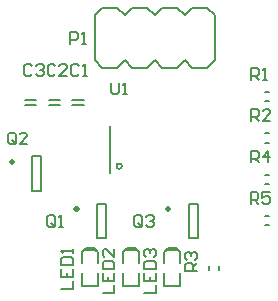
<source format=gto>
G04 Layer_Color=65535*
%FSLAX44Y44*%
%MOMM*%
G71*
G01*
G75*
%ADD17C,0.5000*%
%ADD23C,0.2032*%
%ADD24C,0.1270*%
%ADD25C,0.1524*%
%ADD26C,0.1800*%
D17*
X16298Y-50405D02*
X16250Y-50452D01*
X16298Y-50500D01*
X16345Y-50452D01*
X16298Y-50405D01*
X-61202D02*
X-61250Y-50452D01*
X-61202Y-50500D01*
X-61155Y-50452D01*
X-61202Y-50405D01*
X-116202Y-10405D02*
X-116250Y-10452D01*
X-116202Y-10500D01*
X-116155Y-10452D01*
X-116202Y-10405D01*
D23*
X-22924Y-13780D02*
G03*
X-22924Y-13780I-2286J0D01*
G01*
X-32650Y-20000D02*
Y20066D01*
D24*
X33690Y-45500D02*
X41310D01*
Y-74500D02*
Y-45500D01*
X33690Y-74500D02*
X41310D01*
X33690D02*
Y-45500D01*
X-43810D02*
X-36190D01*
Y-74500D02*
Y-45500D01*
X-43810Y-74500D02*
X-36190D01*
X-43810D02*
Y-45500D01*
X98476Y5936D02*
X101524D01*
X98476Y14064D02*
X101524D01*
X98476Y40936D02*
X101524D01*
X98476Y49064D02*
X101524D01*
X-64762Y41778D02*
X-55238D01*
X-64762Y38222D02*
X-55238D01*
X-84762Y41778D02*
X-75238D01*
X-84762Y38222D02*
X-75238D01*
X-104762Y41778D02*
X-95238D01*
X-104762Y38222D02*
X-95238D01*
X98476Y-29064D02*
X101524D01*
X98476Y-20936D02*
X101524D01*
X98476Y-55936D02*
X101524D01*
X98476Y-64064D02*
X101524D01*
X16500Y-83250D02*
X23500D01*
X13250Y-115500D02*
Y-104500D01*
X26750Y-115500D02*
Y-104500D01*
X13250Y-115500D02*
X26750D01*
X13250Y-95500D02*
Y-86500D01*
X26750Y-95500D02*
Y-86500D01*
X24750Y-84500D02*
X26750Y-86500D01*
X23500Y-83250D02*
X25000Y-84750D01*
X14750Y-85000D02*
X16500Y-83250D01*
X15250Y-84500D02*
X24750D01*
X13250Y-86500D02*
X15250Y-84500D01*
X-53500Y-83250D02*
X-46500D01*
X-56750Y-115500D02*
Y-104500D01*
X-43250Y-115500D02*
Y-104500D01*
X-56750Y-115500D02*
X-43250D01*
X-56750Y-95500D02*
Y-86500D01*
X-43250Y-95500D02*
Y-86500D01*
X-45250Y-84500D02*
X-43250Y-86500D01*
X-46500Y-83250D02*
X-45000Y-84750D01*
X-55250Y-85000D02*
X-53500Y-83250D01*
X-54750Y-84500D02*
X-45250D01*
X-56750Y-86500D02*
X-54750Y-84500D01*
X59064Y-101524D02*
Y-98476D01*
X50936Y-101524D02*
Y-98476D01*
X-98810Y-5500D02*
X-91190D01*
Y-34500D02*
Y-5500D01*
X-98810Y-34500D02*
X-91190D01*
X-98810D02*
Y-5500D01*
X-18500Y-83250D02*
X-11500D01*
X-21750Y-115500D02*
Y-104500D01*
X-8250Y-115500D02*
Y-104500D01*
X-21750Y-115500D02*
X-8250D01*
X-21750Y-95500D02*
Y-86500D01*
X-8250Y-95500D02*
Y-86500D01*
X-10250Y-84500D02*
X-8250Y-86500D01*
X-11500Y-83250D02*
X-10000Y-84750D01*
X-20250Y-85000D02*
X-18500Y-83250D01*
X-19750Y-84500D02*
X-10250D01*
X-21750Y-86500D02*
X-19750Y-84500D01*
D25*
X36750Y120400D02*
X49450D01*
X11350D02*
X24050D01*
X-14050D02*
X-1350D01*
X-39450D02*
X-26750D01*
X-45800Y75950D02*
Y114050D01*
Y75950D02*
X-39450Y69600D01*
X-26750D01*
X-20400Y75950D01*
X-14050Y69600D01*
X-1350D01*
X5000Y75950D01*
X11350Y69600D01*
X24050D01*
X30400Y75950D01*
X36750Y69600D01*
X49450D01*
X55800Y75950D01*
Y114050D01*
X-45800D02*
X-39450Y120400D01*
X-26750D02*
X-20400Y114050D01*
X-14050Y120400D01*
X-1350D02*
X5000Y114050D01*
X11350Y120400D01*
X24050D02*
X30400Y114050D01*
X36750Y120400D01*
X49450D02*
X55800Y114050D01*
D26*
X-5505Y-63390D02*
Y-56725D01*
X-7172Y-55059D01*
X-10504D01*
X-12170Y-56725D01*
Y-63390D01*
X-10504Y-65056D01*
X-7172D01*
X-8838Y-61724D02*
X-5505Y-65056D01*
X-7172D02*
X-5505Y-63390D01*
X-2173Y-56725D02*
X-507Y-55059D01*
X2825D01*
X4491Y-56725D01*
Y-58391D01*
X2825Y-60058D01*
X1159D01*
X2825D01*
X4491Y-61724D01*
Y-63390D01*
X2825Y-65056D01*
X-507D01*
X-2173Y-63390D01*
X-79728D02*
Y-56725D01*
X-81394Y-55059D01*
X-84726D01*
X-86392Y-56725D01*
Y-63390D01*
X-84726Y-65056D01*
X-81394D01*
X-83060Y-61724D02*
X-79728Y-65056D01*
X-81394D02*
X-79728Y-63390D01*
X-76395Y-65056D02*
X-73063D01*
X-74729D01*
Y-55059D01*
X-76395Y-56725D01*
X-66834Y89884D02*
Y99881D01*
X-61836D01*
X-60170Y98215D01*
Y94882D01*
X-61836Y93216D01*
X-66834D01*
X-56837Y89884D02*
X-53505D01*
X-55171D01*
Y99881D01*
X-56837Y98215D01*
X86328Y24352D02*
Y34349D01*
X91326D01*
X92992Y32683D01*
Y29350D01*
X91326Y27684D01*
X86328D01*
X89660D02*
X92992Y24352D01*
X102989D02*
X96325D01*
X102989Y31016D01*
Y32683D01*
X101323Y34349D01*
X97991D01*
X96325Y32683D01*
X86328Y59418D02*
Y69415D01*
X91326D01*
X92992Y67749D01*
Y64416D01*
X91326Y62750D01*
X86328D01*
X89660D02*
X92992Y59418D01*
X96325D02*
X99657D01*
X97991D01*
Y69415D01*
X96325Y67749D01*
X-59097Y70609D02*
X-60764Y72275D01*
X-64096D01*
X-65762Y70609D01*
Y63944D01*
X-64096Y62278D01*
X-60764D01*
X-59097Y63944D01*
X-55765Y62278D02*
X-52433D01*
X-54099D01*
Y72275D01*
X-55765Y70609D01*
X-79060Y70675D02*
X-80726Y72341D01*
X-84058D01*
X-85724Y70675D01*
Y64010D01*
X-84058Y62344D01*
X-80726D01*
X-79060Y64010D01*
X-69063Y62344D02*
X-75727D01*
X-69063Y69008D01*
Y70675D01*
X-70729Y72341D01*
X-74061D01*
X-75727Y70675D01*
X-99111D02*
X-100778Y72341D01*
X-104110D01*
X-105776Y70675D01*
Y64010D01*
X-104110Y62344D01*
X-100778D01*
X-99111Y64010D01*
X-95779Y70675D02*
X-94113Y72341D01*
X-90781D01*
X-89115Y70675D01*
Y69008D01*
X-90781Y67342D01*
X-92447D01*
X-90781D01*
X-89115Y65676D01*
Y64010D01*
X-90781Y62344D01*
X-94113D01*
X-95779Y64010D01*
X86328Y-10700D02*
Y-703D01*
X91326D01*
X92992Y-2369D01*
Y-5702D01*
X91326Y-7368D01*
X86328D01*
X89660D02*
X92992Y-10700D01*
X101323D02*
Y-703D01*
X96325Y-5702D01*
X102989D01*
X86178Y-45550D02*
Y-35553D01*
X91176D01*
X92842Y-37219D01*
Y-40552D01*
X91176Y-42218D01*
X86178D01*
X89510D02*
X92842Y-45550D01*
X102839Y-35553D02*
X96175D01*
Y-40552D01*
X99507Y-38886D01*
X101173D01*
X102839Y-40552D01*
Y-43884D01*
X101173Y-45550D01*
X97841D01*
X96175Y-43884D01*
X-4305Y-121030D02*
X5692D01*
Y-114366D01*
X-4305Y-104369D02*
Y-111033D01*
X5692D01*
Y-104369D01*
X694Y-111033D02*
Y-107701D01*
X-4305Y-101036D02*
X5692D01*
Y-96038D01*
X4026Y-94372D01*
X-2639D01*
X-4305Y-96038D01*
Y-101036D01*
X-2639Y-91040D02*
X-4305Y-89374D01*
Y-86041D01*
X-2639Y-84375D01*
X-972D01*
X694Y-86041D01*
Y-87707D01*
Y-86041D01*
X2360Y-84375D01*
X4026D01*
X5692Y-86041D01*
Y-89374D01*
X4026Y-91040D01*
X-74343Y-117728D02*
X-64346D01*
Y-111063D01*
X-74343Y-101067D02*
Y-107731D01*
X-64346D01*
Y-101067D01*
X-69344Y-107731D02*
Y-104399D01*
X-74343Y-97734D02*
X-64346D01*
Y-92736D01*
X-66012Y-91070D01*
X-72677D01*
X-74343Y-92736D01*
Y-97734D01*
X-64346Y-87738D02*
Y-84405D01*
Y-86072D01*
X-74343D01*
X-72677Y-87738D01*
X-31782Y56955D02*
Y48624D01*
X-30116Y46958D01*
X-26784D01*
X-25117Y48624D01*
Y56955D01*
X-21785Y46958D02*
X-18453D01*
X-20119D01*
Y56955D01*
X-21785Y55289D01*
X40608Y-102902D02*
X30611D01*
Y-97904D01*
X32277Y-96237D01*
X35610D01*
X37276Y-97904D01*
Y-102902D01*
Y-99570D02*
X40608Y-96237D01*
X32277Y-92905D02*
X30611Y-91239D01*
Y-87907D01*
X32277Y-86241D01*
X33944D01*
X35610Y-87907D01*
Y-89573D01*
Y-87907D01*
X37276Y-86241D01*
X38942D01*
X40608Y-87907D01*
Y-91239D01*
X38942Y-92905D01*
X-112828Y6314D02*
Y12979D01*
X-114494Y14645D01*
X-117826D01*
X-119492Y12979D01*
Y6314D01*
X-117826Y4648D01*
X-114494D01*
X-116160Y7980D02*
X-112828Y4648D01*
X-114494D02*
X-112828Y6314D01*
X-102831Y4648D02*
X-109495D01*
X-102831Y11313D01*
Y12979D01*
X-104497Y14645D01*
X-107829D01*
X-109495Y12979D01*
X-39197Y-121030D02*
X-29200D01*
Y-114366D01*
X-39197Y-104369D02*
Y-111033D01*
X-29200D01*
Y-104369D01*
X-34198Y-111033D02*
Y-107701D01*
X-39197Y-101036D02*
X-29200D01*
Y-96038D01*
X-30866Y-94372D01*
X-37531D01*
X-39197Y-96038D01*
Y-101036D01*
X-29200Y-84375D02*
Y-91040D01*
X-35865Y-84375D01*
X-37531D01*
X-39197Y-86041D01*
Y-89374D01*
X-37531Y-91040D01*
M02*

</source>
